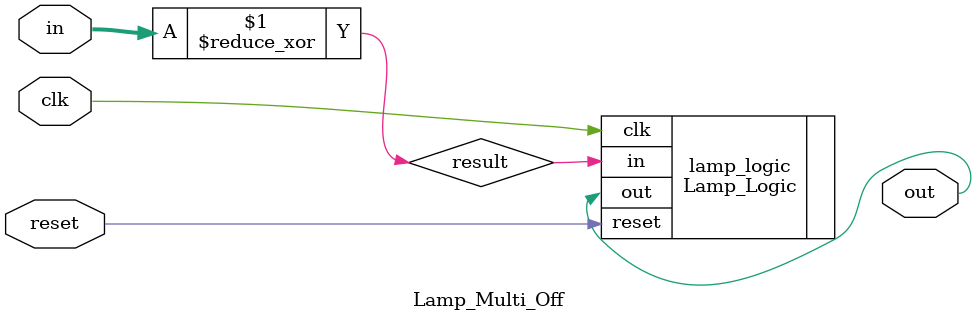
<source format=v>
module Lamp_Multi_Off #(
    parameter INPUT_COUNT = 2  
)(
    input wire clk,            
    input wire reset,         
    input wire [INPUT_COUNT-1:0] in,
    output wire out
);
    
    wire result = ^in;

    Lamp_Logic #( .INIT_VALUE(0) ) lamp_logic (
        .clk(clk),
        .reset(reset),
        .in(result),
        .out(out)
    );

endmodule
</source>
